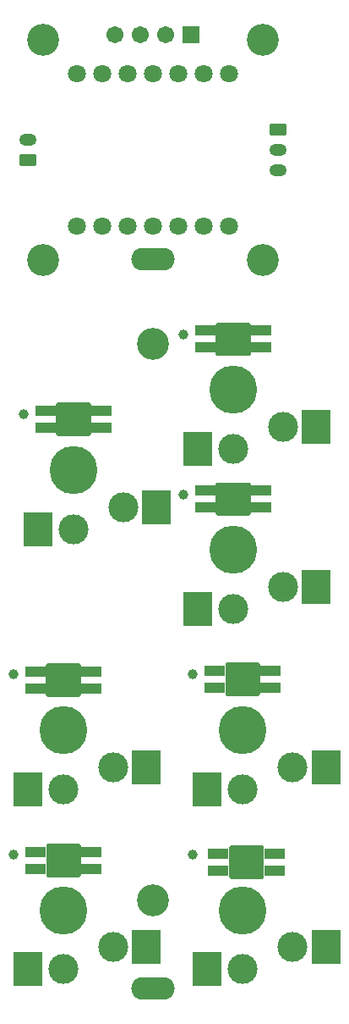
<source format=gbr>
%TF.GenerationSoftware,KiCad,Pcbnew,8.0.7*%
%TF.CreationDate,2025-04-08T15:01:58+09:00*%
%TF.ProjectId,Choc2,43686f63-322e-46b6-9963-61645f706362,rev?*%
%TF.SameCoordinates,Original*%
%TF.FileFunction,Soldermask,Top*%
%TF.FilePolarity,Negative*%
%FSLAX46Y46*%
G04 Gerber Fmt 4.6, Leading zero omitted, Abs format (unit mm)*
G04 Created by KiCad (PCBNEW 8.0.7) date 2025-04-08 15:01:58*
%MOMM*%
%LPD*%
G01*
G04 APERTURE LIST*
G04 Aperture macros list*
%AMRoundRect*
0 Rectangle with rounded corners*
0 $1 Rounding radius*
0 $2 $3 $4 $5 $6 $7 $8 $9 X,Y pos of 4 corners*
0 Add a 4 corners polygon primitive as box body*
4,1,4,$2,$3,$4,$5,$6,$7,$8,$9,$2,$3,0*
0 Add four circle primitives for the rounded corners*
1,1,$1+$1,$2,$3*
1,1,$1+$1,$4,$5*
1,1,$1+$1,$6,$7*
1,1,$1+$1,$8,$9*
0 Add four rect primitives between the rounded corners*
20,1,$1+$1,$2,$3,$4,$5,0*
20,1,$1+$1,$4,$5,$6,$7,0*
20,1,$1+$1,$6,$7,$8,$9,0*
20,1,$1+$1,$8,$9,$2,$3,0*%
G04 Aperture macros list end*
%ADD10C,3.200000*%
%ADD11O,4.344000X2.274000*%
%ADD12O,0.300000X3.300000*%
%ADD13O,0.500000X3.300000*%
%ADD14O,1.500000X3.300000*%
%ADD15O,3.500000X0.300000*%
%ADD16R,2.000000X1.020000*%
%ADD17C,1.800000*%
%ADD18C,1.000000*%
%ADD19C,4.800000*%
%ADD20C,3.000000*%
%ADD21R,3.000000X3.500000*%
%ADD22RoundRect,0.250000X-0.625000X0.350000X-0.625000X-0.350000X0.625000X-0.350000X0.625000X0.350000X0*%
%ADD23O,1.750000X1.200000*%
%ADD24RoundRect,0.250000X0.625000X-0.350000X0.625000X0.350000X-0.625000X0.350000X-0.625000X-0.350000X0*%
%ADD25RoundRect,0.102000X0.754000X0.754000X-0.754000X0.754000X-0.754000X-0.754000X0.754000X-0.754000X0*%
%ADD26C,1.712000*%
%ADD27C,3.204000*%
G04 APERTURE END LIST*
D10*
%TO.C,BT1*%
X70000000Y-83395000D03*
X70000000Y-139010000D03*
D11*
X70000000Y-74900000D03*
X70000000Y-147800000D03*
%TD*%
D12*
%TO.C,LED7*%
X77750000Y-135200000D03*
D13*
X78025000Y-135200000D03*
D14*
X78650000Y-135200000D03*
D15*
X79350000Y-133700000D03*
X79350000Y-136700000D03*
D14*
X79600000Y-135200000D03*
X80025000Y-135200000D03*
D13*
X80675000Y-135200000D03*
D12*
X80950000Y-135200000D03*
D16*
X82150000Y-134342500D03*
X82150000Y-136042500D03*
X76550000Y-136042500D03*
X76550000Y-134342500D03*
%TD*%
D12*
%TO.C,LED6*%
X59450000Y-135050000D03*
D13*
X59725000Y-135050000D03*
D14*
X60350000Y-135050000D03*
D15*
X61050000Y-133550000D03*
X61050000Y-136550000D03*
D14*
X61300000Y-135050000D03*
X61725000Y-135050000D03*
D13*
X62375000Y-135050000D03*
D12*
X62650000Y-135050000D03*
D16*
X63850000Y-134192500D03*
X63850000Y-135892500D03*
X58250000Y-135892500D03*
X58250000Y-134192500D03*
%TD*%
D12*
%TO.C,LED1*%
X60400000Y-90925000D03*
D13*
X60675000Y-90925000D03*
D14*
X61300000Y-90925000D03*
D15*
X62000000Y-89425000D03*
X62000000Y-92425000D03*
D14*
X62250000Y-90925000D03*
X62675000Y-90925000D03*
D13*
X63325000Y-90925000D03*
D12*
X63600000Y-90925000D03*
D16*
X64800000Y-90067500D03*
X64800000Y-91767500D03*
X59200000Y-91767500D03*
X59200000Y-90067500D03*
%TD*%
D17*
%TO.C,U1*%
X77620000Y-71620000D03*
X75080000Y-71620000D03*
X72540000Y-71620000D03*
X70000000Y-71620000D03*
X67460000Y-71620000D03*
X64920000Y-71620000D03*
X62380000Y-71620000D03*
X62380000Y-56380000D03*
X64920000Y-56380000D03*
X67460000Y-56380000D03*
X70000000Y-56380000D03*
X72540000Y-56380000D03*
X75080000Y-56380000D03*
X77620000Y-56380000D03*
%TD*%
D18*
%TO.C,SW1*%
X57000000Y-90450000D03*
D19*
X62000000Y-96000000D03*
D20*
X62000000Y-101900000D03*
X67000000Y-99700000D03*
D21*
X70350000Y-99700000D03*
X58450000Y-101900000D03*
%TD*%
D18*
%TO.C,SW2*%
X73000000Y-82450000D03*
D19*
X78000000Y-88000000D03*
D20*
X78000000Y-93900000D03*
X83000000Y-91700000D03*
D21*
X86350000Y-91700000D03*
X74450000Y-93900000D03*
%TD*%
D18*
%TO.C,SW6*%
X56000000Y-134450000D03*
D19*
X61000000Y-140000000D03*
D20*
X61000000Y-145900000D03*
X66000000Y-143700000D03*
D21*
X69350000Y-143700000D03*
X57450000Y-145900000D03*
%TD*%
D12*
%TO.C,LED5*%
X77400000Y-116925000D03*
D13*
X77675000Y-116925000D03*
D14*
X78300000Y-116925000D03*
D15*
X79000000Y-115425000D03*
X79000000Y-118425000D03*
D14*
X79250000Y-116925000D03*
X79675000Y-116925000D03*
D13*
X80325000Y-116925000D03*
D12*
X80600000Y-116925000D03*
D16*
X81800000Y-116067500D03*
X81800000Y-117767500D03*
X76200000Y-117767500D03*
X76200000Y-116067500D03*
%TD*%
D18*
%TO.C,SW7*%
X74000000Y-134450000D03*
D19*
X79000000Y-140000000D03*
D20*
X79000000Y-145900000D03*
X84000000Y-143700000D03*
D21*
X87350000Y-143700000D03*
X75450000Y-145900000D03*
%TD*%
D18*
%TO.C,SW5*%
X74000000Y-116450000D03*
D19*
X79000000Y-122000000D03*
D20*
X79000000Y-127900000D03*
X84000000Y-125700000D03*
D21*
X87350000Y-125700000D03*
X75450000Y-127900000D03*
%TD*%
D12*
%TO.C,LED2*%
X76400000Y-82925000D03*
D13*
X76675000Y-82925000D03*
D14*
X77300000Y-82925000D03*
D15*
X78000000Y-81425000D03*
X78000000Y-84425000D03*
D14*
X78250000Y-82925000D03*
X78675000Y-82925000D03*
D13*
X79325000Y-82925000D03*
D12*
X79600000Y-82925000D03*
D16*
X80800000Y-82067500D03*
X80800000Y-83767500D03*
X75200000Y-83767500D03*
X75200000Y-82067500D03*
%TD*%
D12*
%TO.C,LED4*%
X59400000Y-117000000D03*
D13*
X59675000Y-117000000D03*
D14*
X60300000Y-117000000D03*
D15*
X61000000Y-115500000D03*
X61000000Y-118500000D03*
D14*
X61250000Y-117000000D03*
X61675000Y-117000000D03*
D13*
X62325000Y-117000000D03*
D12*
X62600000Y-117000000D03*
D16*
X63800000Y-116142500D03*
X63800000Y-117842500D03*
X58200000Y-117842500D03*
X58200000Y-116142500D03*
%TD*%
D18*
%TO.C,SW3*%
X73000000Y-98450000D03*
D19*
X78000000Y-104000000D03*
D20*
X78000000Y-109900000D03*
X83000000Y-107700000D03*
D21*
X86350000Y-107700000D03*
X74450000Y-109900000D03*
%TD*%
D12*
%TO.C,LED3*%
X76400000Y-98925000D03*
D13*
X76675000Y-98925000D03*
D14*
X77300000Y-98925000D03*
D15*
X78000000Y-97425000D03*
X78000000Y-100425000D03*
D14*
X78250000Y-98925000D03*
X78675000Y-98925000D03*
D13*
X79325000Y-98925000D03*
D12*
X79600000Y-98925000D03*
D16*
X80800000Y-98067500D03*
X80800000Y-99767500D03*
X75200000Y-99767500D03*
X75200000Y-98067500D03*
%TD*%
D18*
%TO.C,SW4*%
X56000000Y-116450000D03*
D19*
X61000000Y-122000000D03*
D20*
X61000000Y-127900000D03*
X66000000Y-125700000D03*
D21*
X69350000Y-125700000D03*
X57450000Y-127900000D03*
%TD*%
D22*
%TO.C,J4*%
X82550000Y-62000000D03*
D23*
X82550000Y-64000000D03*
X82550000Y-66000000D03*
%TD*%
D24*
%TO.C,J1*%
X57450000Y-65000000D03*
D23*
X57450000Y-63000000D03*
%TD*%
D25*
%TO.C,OL1*%
X73810000Y-52500000D03*
D26*
X71270000Y-52500000D03*
X68730000Y-52500000D03*
X66190000Y-52500000D03*
D27*
X81000000Y-53000000D03*
X59000000Y-53000000D03*
X59000000Y-75000000D03*
X81000000Y-75000000D03*
%TD*%
M02*

</source>
